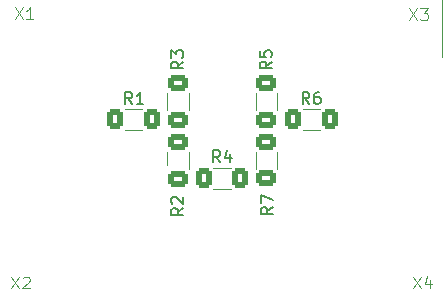
<source format=gbr>
%TF.GenerationSoftware,KiCad,Pcbnew,9.0.3*%
%TF.CreationDate,2025-08-16T18:31:38+02:00*%
%TF.ProjectId,Richtkoppler,52696368-746b-46f7-9070-6c65722e6b69,1.0*%
%TF.SameCoordinates,Original*%
%TF.FileFunction,Legend,Top*%
%TF.FilePolarity,Positive*%
%FSLAX46Y46*%
G04 Gerber Fmt 4.6, Leading zero omitted, Abs format (unit mm)*
G04 Created by KiCad (PCBNEW 9.0.3) date 2025-08-16 18:31:38*
%MOMM*%
%LPD*%
G01*
G04 APERTURE LIST*
G04 Aperture macros list*
%AMRoundRect*
0 Rectangle with rounded corners*
0 $1 Rounding radius*
0 $2 $3 $4 $5 $6 $7 $8 $9 X,Y pos of 4 corners*
0 Add a 4 corners polygon primitive as box body*
4,1,4,$2,$3,$4,$5,$6,$7,$8,$9,$2,$3,0*
0 Add four circle primitives for the rounded corners*
1,1,$1+$1,$2,$3*
1,1,$1+$1,$4,$5*
1,1,$1+$1,$6,$7*
1,1,$1+$1,$8,$9*
0 Add four rect primitives between the rounded corners*
20,1,$1+$1,$2,$3,$4,$5,0*
20,1,$1+$1,$4,$5,$6,$7,0*
20,1,$1+$1,$6,$7,$8,$9,0*
20,1,$1+$1,$8,$9,$2,$3,0*%
G04 Aperture macros list end*
%ADD10C,0.150000*%
%ADD11C,0.100000*%
%ADD12C,0.120000*%
%ADD13C,2.200000*%
%ADD14C,1.400000*%
%ADD15C,1.200000*%
%ADD16RoundRect,0.250000X0.625000X-0.400000X0.625000X0.400000X-0.625000X0.400000X-0.625000X-0.400000X0*%
%ADD17RoundRect,0.250000X-0.400000X-0.625000X0.400000X-0.625000X0.400000X0.625000X-0.400000X0.625000X0*%
%ADD18RoundRect,0.250000X-0.625000X0.400000X-0.625000X-0.400000X0.625000X-0.400000X0.625000X0.400000X0*%
%ADD19RoundRect,0.250000X0.400000X0.625000X-0.400000X0.625000X-0.400000X-0.625000X0.400000X-0.625000X0*%
%ADD20RoundRect,0.300000X2.700000X-3.700000X2.700000X3.700000X-2.700000X3.700000X-2.700000X-3.700000X0*%
%ADD21C,4.000000*%
%ADD22RoundRect,0.250000X-2.250000X2.750000X-2.250000X-2.750000X2.250000X-2.750000X2.250000X2.750000X0*%
%ADD23C,7.000000*%
G04 APERTURE END LIST*
D10*
X140054819Y-99866666D02*
X139578628Y-100199999D01*
X140054819Y-100438094D02*
X139054819Y-100438094D01*
X139054819Y-100438094D02*
X139054819Y-100057142D01*
X139054819Y-100057142D02*
X139102438Y-99961904D01*
X139102438Y-99961904D02*
X139150057Y-99914285D01*
X139150057Y-99914285D02*
X139245295Y-99866666D01*
X139245295Y-99866666D02*
X139388152Y-99866666D01*
X139388152Y-99866666D02*
X139483390Y-99914285D01*
X139483390Y-99914285D02*
X139531009Y-99961904D01*
X139531009Y-99961904D02*
X139578628Y-100057142D01*
X139578628Y-100057142D02*
X139578628Y-100438094D01*
X139054819Y-99533332D02*
X139054819Y-98866666D01*
X139054819Y-98866666D02*
X140054819Y-99295237D01*
X135583333Y-96074819D02*
X135250000Y-95598628D01*
X135011905Y-96074819D02*
X135011905Y-95074819D01*
X135011905Y-95074819D02*
X135392857Y-95074819D01*
X135392857Y-95074819D02*
X135488095Y-95122438D01*
X135488095Y-95122438D02*
X135535714Y-95170057D01*
X135535714Y-95170057D02*
X135583333Y-95265295D01*
X135583333Y-95265295D02*
X135583333Y-95408152D01*
X135583333Y-95408152D02*
X135535714Y-95503390D01*
X135535714Y-95503390D02*
X135488095Y-95551009D01*
X135488095Y-95551009D02*
X135392857Y-95598628D01*
X135392857Y-95598628D02*
X135011905Y-95598628D01*
X136440476Y-95408152D02*
X136440476Y-96074819D01*
X136202381Y-95027200D02*
X135964286Y-95741485D01*
X135964286Y-95741485D02*
X136583333Y-95741485D01*
X139954819Y-87566666D02*
X139478628Y-87899999D01*
X139954819Y-88138094D02*
X138954819Y-88138094D01*
X138954819Y-88138094D02*
X138954819Y-87757142D01*
X138954819Y-87757142D02*
X139002438Y-87661904D01*
X139002438Y-87661904D02*
X139050057Y-87614285D01*
X139050057Y-87614285D02*
X139145295Y-87566666D01*
X139145295Y-87566666D02*
X139288152Y-87566666D01*
X139288152Y-87566666D02*
X139383390Y-87614285D01*
X139383390Y-87614285D02*
X139431009Y-87661904D01*
X139431009Y-87661904D02*
X139478628Y-87757142D01*
X139478628Y-87757142D02*
X139478628Y-88138094D01*
X138954819Y-86661904D02*
X138954819Y-87138094D01*
X138954819Y-87138094D02*
X139431009Y-87185713D01*
X139431009Y-87185713D02*
X139383390Y-87138094D01*
X139383390Y-87138094D02*
X139335771Y-87042856D01*
X139335771Y-87042856D02*
X139335771Y-86804761D01*
X139335771Y-86804761D02*
X139383390Y-86709523D01*
X139383390Y-86709523D02*
X139431009Y-86661904D01*
X139431009Y-86661904D02*
X139526247Y-86614285D01*
X139526247Y-86614285D02*
X139764342Y-86614285D01*
X139764342Y-86614285D02*
X139859580Y-86661904D01*
X139859580Y-86661904D02*
X139907200Y-86709523D01*
X139907200Y-86709523D02*
X139954819Y-86804761D01*
X139954819Y-86804761D02*
X139954819Y-87042856D01*
X139954819Y-87042856D02*
X139907200Y-87138094D01*
X139907200Y-87138094D02*
X139859580Y-87185713D01*
X132454819Y-99966666D02*
X131978628Y-100299999D01*
X132454819Y-100538094D02*
X131454819Y-100538094D01*
X131454819Y-100538094D02*
X131454819Y-100157142D01*
X131454819Y-100157142D02*
X131502438Y-100061904D01*
X131502438Y-100061904D02*
X131550057Y-100014285D01*
X131550057Y-100014285D02*
X131645295Y-99966666D01*
X131645295Y-99966666D02*
X131788152Y-99966666D01*
X131788152Y-99966666D02*
X131883390Y-100014285D01*
X131883390Y-100014285D02*
X131931009Y-100061904D01*
X131931009Y-100061904D02*
X131978628Y-100157142D01*
X131978628Y-100157142D02*
X131978628Y-100538094D01*
X131550057Y-99585713D02*
X131502438Y-99538094D01*
X131502438Y-99538094D02*
X131454819Y-99442856D01*
X131454819Y-99442856D02*
X131454819Y-99204761D01*
X131454819Y-99204761D02*
X131502438Y-99109523D01*
X131502438Y-99109523D02*
X131550057Y-99061904D01*
X131550057Y-99061904D02*
X131645295Y-99014285D01*
X131645295Y-99014285D02*
X131740533Y-99014285D01*
X131740533Y-99014285D02*
X131883390Y-99061904D01*
X131883390Y-99061904D02*
X132454819Y-99633332D01*
X132454819Y-99633332D02*
X132454819Y-99014285D01*
X143133333Y-91154819D02*
X142800000Y-90678628D01*
X142561905Y-91154819D02*
X142561905Y-90154819D01*
X142561905Y-90154819D02*
X142942857Y-90154819D01*
X142942857Y-90154819D02*
X143038095Y-90202438D01*
X143038095Y-90202438D02*
X143085714Y-90250057D01*
X143085714Y-90250057D02*
X143133333Y-90345295D01*
X143133333Y-90345295D02*
X143133333Y-90488152D01*
X143133333Y-90488152D02*
X143085714Y-90583390D01*
X143085714Y-90583390D02*
X143038095Y-90631009D01*
X143038095Y-90631009D02*
X142942857Y-90678628D01*
X142942857Y-90678628D02*
X142561905Y-90678628D01*
X143990476Y-90154819D02*
X143800000Y-90154819D01*
X143800000Y-90154819D02*
X143704762Y-90202438D01*
X143704762Y-90202438D02*
X143657143Y-90250057D01*
X143657143Y-90250057D02*
X143561905Y-90392914D01*
X143561905Y-90392914D02*
X143514286Y-90583390D01*
X143514286Y-90583390D02*
X143514286Y-90964342D01*
X143514286Y-90964342D02*
X143561905Y-91059580D01*
X143561905Y-91059580D02*
X143609524Y-91107200D01*
X143609524Y-91107200D02*
X143704762Y-91154819D01*
X143704762Y-91154819D02*
X143895238Y-91154819D01*
X143895238Y-91154819D02*
X143990476Y-91107200D01*
X143990476Y-91107200D02*
X144038095Y-91059580D01*
X144038095Y-91059580D02*
X144085714Y-90964342D01*
X144085714Y-90964342D02*
X144085714Y-90726247D01*
X144085714Y-90726247D02*
X144038095Y-90631009D01*
X144038095Y-90631009D02*
X143990476Y-90583390D01*
X143990476Y-90583390D02*
X143895238Y-90535771D01*
X143895238Y-90535771D02*
X143704762Y-90535771D01*
X143704762Y-90535771D02*
X143609524Y-90583390D01*
X143609524Y-90583390D02*
X143561905Y-90631009D01*
X143561905Y-90631009D02*
X143514286Y-90726247D01*
X132454819Y-87566666D02*
X131978628Y-87899999D01*
X132454819Y-88138094D02*
X131454819Y-88138094D01*
X131454819Y-88138094D02*
X131454819Y-87757142D01*
X131454819Y-87757142D02*
X131502438Y-87661904D01*
X131502438Y-87661904D02*
X131550057Y-87614285D01*
X131550057Y-87614285D02*
X131645295Y-87566666D01*
X131645295Y-87566666D02*
X131788152Y-87566666D01*
X131788152Y-87566666D02*
X131883390Y-87614285D01*
X131883390Y-87614285D02*
X131931009Y-87661904D01*
X131931009Y-87661904D02*
X131978628Y-87757142D01*
X131978628Y-87757142D02*
X131978628Y-88138094D01*
X131454819Y-87233332D02*
X131454819Y-86614285D01*
X131454819Y-86614285D02*
X131835771Y-86947618D01*
X131835771Y-86947618D02*
X131835771Y-86804761D01*
X131835771Y-86804761D02*
X131883390Y-86709523D01*
X131883390Y-86709523D02*
X131931009Y-86661904D01*
X131931009Y-86661904D02*
X132026247Y-86614285D01*
X132026247Y-86614285D02*
X132264342Y-86614285D01*
X132264342Y-86614285D02*
X132359580Y-86661904D01*
X132359580Y-86661904D02*
X132407200Y-86709523D01*
X132407200Y-86709523D02*
X132454819Y-86804761D01*
X132454819Y-86804761D02*
X132454819Y-87090475D01*
X132454819Y-87090475D02*
X132407200Y-87185713D01*
X132407200Y-87185713D02*
X132359580Y-87233332D01*
D11*
X118190476Y-82957419D02*
X118857142Y-83957419D01*
X118857142Y-82957419D02*
X118190476Y-83957419D01*
X119761904Y-83957419D02*
X119190476Y-83957419D01*
X119476190Y-83957419D02*
X119476190Y-82957419D01*
X119476190Y-82957419D02*
X119380952Y-83100276D01*
X119380952Y-83100276D02*
X119285714Y-83195514D01*
X119285714Y-83195514D02*
X119190476Y-83243133D01*
X151890476Y-105757419D02*
X152557142Y-106757419D01*
X152557142Y-105757419D02*
X151890476Y-106757419D01*
X153366666Y-106090752D02*
X153366666Y-106757419D01*
X153128571Y-105709800D02*
X152890476Y-106424085D01*
X152890476Y-106424085D02*
X153509523Y-106424085D01*
D10*
X128133333Y-91154819D02*
X127800000Y-90678628D01*
X127561905Y-91154819D02*
X127561905Y-90154819D01*
X127561905Y-90154819D02*
X127942857Y-90154819D01*
X127942857Y-90154819D02*
X128038095Y-90202438D01*
X128038095Y-90202438D02*
X128085714Y-90250057D01*
X128085714Y-90250057D02*
X128133333Y-90345295D01*
X128133333Y-90345295D02*
X128133333Y-90488152D01*
X128133333Y-90488152D02*
X128085714Y-90583390D01*
X128085714Y-90583390D02*
X128038095Y-90631009D01*
X128038095Y-90631009D02*
X127942857Y-90678628D01*
X127942857Y-90678628D02*
X127561905Y-90678628D01*
X129085714Y-91154819D02*
X128514286Y-91154819D01*
X128800000Y-91154819D02*
X128800000Y-90154819D01*
X128800000Y-90154819D02*
X128704762Y-90297676D01*
X128704762Y-90297676D02*
X128609524Y-90392914D01*
X128609524Y-90392914D02*
X128514286Y-90440533D01*
D11*
X117890476Y-105757419D02*
X118557142Y-106757419D01*
X118557142Y-105757419D02*
X117890476Y-106757419D01*
X118890476Y-105852657D02*
X118938095Y-105805038D01*
X118938095Y-105805038D02*
X119033333Y-105757419D01*
X119033333Y-105757419D02*
X119271428Y-105757419D01*
X119271428Y-105757419D02*
X119366666Y-105805038D01*
X119366666Y-105805038D02*
X119414285Y-105852657D01*
X119414285Y-105852657D02*
X119461904Y-105947895D01*
X119461904Y-105947895D02*
X119461904Y-106043133D01*
X119461904Y-106043133D02*
X119414285Y-106185990D01*
X119414285Y-106185990D02*
X118842857Y-106757419D01*
X118842857Y-106757419D02*
X119461904Y-106757419D01*
X151590476Y-83057419D02*
X152257142Y-84057419D01*
X152257142Y-83057419D02*
X151590476Y-84057419D01*
X152542857Y-83057419D02*
X153161904Y-83057419D01*
X153161904Y-83057419D02*
X152828571Y-83438371D01*
X152828571Y-83438371D02*
X152971428Y-83438371D01*
X152971428Y-83438371D02*
X153066666Y-83485990D01*
X153066666Y-83485990D02*
X153114285Y-83533609D01*
X153114285Y-83533609D02*
X153161904Y-83628847D01*
X153161904Y-83628847D02*
X153161904Y-83866942D01*
X153161904Y-83866942D02*
X153114285Y-83962180D01*
X153114285Y-83962180D02*
X153066666Y-84009800D01*
X153066666Y-84009800D02*
X152971428Y-84057419D01*
X152971428Y-84057419D02*
X152685714Y-84057419D01*
X152685714Y-84057419D02*
X152590476Y-84009800D01*
X152590476Y-84009800D02*
X152542857Y-83962180D01*
D12*
%TO.C,R7*%
X138590000Y-96627064D02*
X138590000Y-95172936D01*
X140410000Y-96627064D02*
X140410000Y-95172936D01*
%TO.C,R4*%
X135022936Y-96540000D02*
X136477064Y-96540000D01*
X135022936Y-98360000D02*
X136477064Y-98360000D01*
%TO.C,R5*%
X138590000Y-90222936D02*
X138590000Y-91677064D01*
X140410000Y-90222936D02*
X140410000Y-91677064D01*
%TO.C,R2*%
X131090000Y-95222936D02*
X131090000Y-96677064D01*
X132910000Y-95222936D02*
X132910000Y-96677064D01*
%TO.C,R6*%
X144027064Y-91540000D02*
X142572936Y-91540000D01*
X144027064Y-93360000D02*
X142572936Y-93360000D01*
%TO.C,R3*%
X131090000Y-91677064D02*
X131090000Y-90222936D01*
X132910000Y-91677064D02*
X132910000Y-90222936D01*
%TO.C,R1*%
X127522936Y-91540000D02*
X128977064Y-91540000D01*
X127522936Y-93360000D02*
X128977064Y-93360000D01*
%TD*%
%LPC*%
D13*
X156784314Y-89415685D02*
X154315685Y-91884314D01*
D14*
X137300000Y-97450000D02*
X139500000Y-97450000D01*
D13*
X114000000Y-88200000D02*
X114000000Y-83500000D01*
D15*
X157350000Y-103150000D02*
X157350000Y-106500000D01*
X151650000Y-97450000D02*
X139500000Y-97450000D01*
D13*
X114000000Y-102800000D02*
X114000000Y-106500000D01*
D15*
X156784314Y-101784313D02*
G75*
G02*
X157349992Y-103150000I-1365714J-1365687D01*
G01*
X151650000Y-97449999D02*
G75*
G02*
X153015671Y-98015699I0J-1931301D01*
G01*
D13*
X157349999Y-88049999D02*
G75*
G02*
X156784320Y-89415691I-1931399J-1D01*
G01*
X154315685Y-91884314D02*
G75*
G02*
X152950000Y-92449991I-1365685J1365714D01*
G01*
D15*
X151650000Y-97450000D02*
X139500000Y-97450000D01*
X156784314Y-101784313D02*
G75*
G02*
X157349992Y-103150000I-1365714J-1365687D01*
G01*
X151650000Y-97449999D02*
G75*
G02*
X153015671Y-98015699I0J-1931301D01*
G01*
D13*
X117934314Y-98065685D02*
X114565685Y-101434314D01*
D15*
X153015685Y-98015685D02*
X156784314Y-101784314D01*
D13*
X114565685Y-89565685D02*
G75*
G02*
X114000038Y-88200000I1365815J1365685D01*
G01*
X152950000Y-92450000D02*
X144850000Y-92450000D01*
D15*
X153015685Y-98015685D02*
X156784314Y-101784314D01*
D13*
X119300000Y-97500000D02*
X132000000Y-97500000D01*
X117934314Y-98065685D02*
G75*
G02*
X119300000Y-97500008I1365686J-1365715D01*
G01*
X114565685Y-89565685D02*
X116884314Y-91884314D01*
X118250000Y-92450000D02*
X126700000Y-92450000D01*
X118250000Y-92449999D02*
G75*
G02*
X116884309Y-91884319I0J1931399D01*
G01*
X157350000Y-88050000D02*
X157350000Y-83500000D01*
D15*
X157350000Y-103150000D02*
X157350000Y-106500000D01*
D13*
X114000000Y-102800000D02*
G75*
G02*
X114565679Y-101434308I1931400J0D01*
G01*
D16*
%TO.C,R7*%
X139500000Y-97450000D03*
X139500000Y-94350000D03*
%TD*%
D17*
%TO.C,R4*%
X134200000Y-97450000D03*
X137300000Y-97450000D03*
%TD*%
D18*
%TO.C,R5*%
X139500000Y-89400000D03*
X139500000Y-92500000D03*
%TD*%
%TO.C,R2*%
X132000000Y-94400000D03*
X132000000Y-97500000D03*
%TD*%
D19*
%TO.C,R6*%
X144850000Y-92450000D03*
X141750000Y-92450000D03*
%TD*%
D16*
%TO.C,R3*%
X132000000Y-92500000D03*
X132000000Y-89400000D03*
%TD*%
D20*
%TO.C,X1*%
X114000000Y-83500000D03*
D21*
X105000000Y-83500000D03*
X123000000Y-83500000D03*
%TD*%
D22*
%TO.C,X4*%
X157350000Y-106500000D03*
D21*
X166350000Y-106500000D03*
X148350000Y-106500000D03*
%TD*%
D17*
%TO.C,R1*%
X126700000Y-92450000D03*
X129800000Y-92450000D03*
%TD*%
D22*
%TO.C,X2*%
X114000000Y-106500000D03*
D21*
X123000000Y-106500000D03*
X105000000Y-106500000D03*
%TD*%
D20*
%TO.C,X3*%
X157350000Y-83500000D03*
D21*
X148350000Y-83500000D03*
X166350000Y-83500000D03*
%TD*%
D23*
X167000000Y-95000000D03*
X105000000Y-95000000D03*
%LPD*%
M02*

</source>
